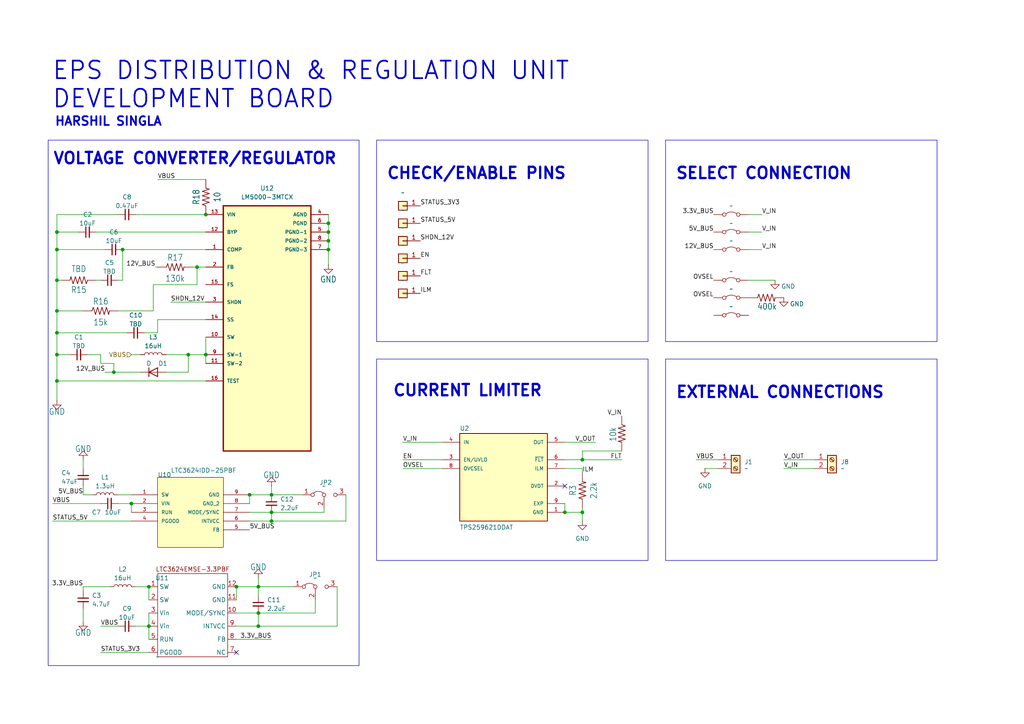
<source format=kicad_sch>
(kicad_sch (version 20250114) (generator "eeschema") (generator_version "9.0")
  (paper "A4")
  (lib_symbols
    (symbol "Connector:Screw_Terminal_01x02" (pin_names (offset 1.016) (hide yes))
      (property "Reference" "J" (at 0 2.54 0))
      (property "Value" "Screw_Terminal_01x02" (at 0 -5.08 0))
      (symbol "Screw_Terminal_01x02_1_1"
        (rectangle (start -1.27 1.27) (end 1.27 -3.81) (stroke (width 0.254)) (fill (type background)))
        (polyline (pts (xy -0.5334 0.3302) (xy 0.3302 -0.508)) (stroke (width 0.1524)))
        (polyline (pts (xy -0.5334 -2.2098) (xy 0.3302 -3.048)) (stroke (width 0.1524)))
        (polyline (pts (xy -0.3556 0.508) (xy 0.508 -0.3302)) (stroke (width 0.1524)))
        (polyline (pts (xy -0.3556 -2.032) (xy 0.508 -2.8702)) (stroke (width 0.1524)))
        (circle (center 0 0) (radius 0.635) (stroke (width 0.1524)))
        (circle (center 0 -2.54) (radius 0.635) (stroke (width 0.1524)))
        (pin passive line (at -5.08 0 0) (length 3.81) (name "Pin_1") (number "1"))
        (pin passive line (at -5.08 -2.54 0) (length 3.81) (name "Pin_2") (number "2"))
      )
    )
    (symbol "Connector_Generic:Conn_01x01" (pin_names (offset 1.016) (hide yes))
      (property "Reference" "J" (at 0 2.54 0))
      (property "Value" "Conn_01x01" (at 0 -2.54 0))
      (symbol "Conn_01x01_1_1"
        (rectangle (start -1.27 1.27) (end 1.27 -1.27) (stroke (width 0.254)) (fill (type background)))
        (rectangle (start -1.27 0.127) (end 0 -0.127) (stroke (width 0.1524)))
        (pin passive line (at -5.08 0 0) (length 3.81) (name "Pin_1") (number "1"))
      )
    )
    (symbol "Device:C_Small" (pin_numbers (hide yes)) (pin_names (offset 0.254) (hide yes))
      (property "Reference" "C" (at 0.254 1.778 0))
      (property "Value" "C_Small" (at 0.254 -2.032 0))
      (symbol "C_Small_0_1"
        (polyline (pts (xy -1.524 0.508) (xy 1.524 0.508)) (stroke (width 0.3048)))
        (polyline (pts (xy -1.524 -0.508) (xy 1.524 -0.508)) (stroke (width 0.3302)))
      )
      (symbol "C_Small_1_1"
        (pin passive line (at 0 2.54 270) (length 2.032) (name "~") (number "1"))
        (pin passive line (at 0 -2.54 90) (length 2.032) (name "~") (number "2"))
      )
    )
    (symbol "Device:D" (pin_numbers (hide yes)) (pin_names (offset 1.016) (hide yes))
      (property "Reference" "D" (at 0 2.54 0))
      (property "Value" "D" (at 0 -2.54 0))
      (symbol "D_0_1"
        (polyline (pts (xy -1.27 1.27) (xy -1.27 -1.27)) (stroke (width 0.254)))
        (polyline (pts (xy 1.27 1.27) (xy 1.27 -1.27) (xy -1.27 0) (xy 1.27 1.27)) (stroke (width 0.254)))
        (polyline (pts (xy 1.27 0) (xy -1.27 0)))
      )
      (symbol "D_1_1"
        (pin passive line (at -3.81 0 0) (length 2.54) (name "K") (number "1"))
        (pin passive line (at 3.81 0 180) (length 2.54) (name "A") (number "2"))
      )
    )
    (symbol "Device:L" (pin_numbers (hide yes)) (pin_names (offset 1.016) (hide yes))
      (property "Reference" "L" (at -1.27 0 90))
      (property "Value" "L" (at 1.905 0 90))
      (symbol "L_0_1"
        (arc (start 0 2.54) (mid 0.6323 1.905) (end 0 1.27))
        (arc (start 0 1.27) (mid 0.6323 0.635) (end 0 0))
        (arc (start 0 0) (mid 0.6323 -0.635) (end 0 -1.27))
        (arc (start 0 -1.27) (mid 0.6323 -1.905) (end 0 -2.54))
      )
      (symbol "L_1_1"
        (pin passive line (at 0 3.81 270) (length 1.27) (name "1") (number "1"))
        (pin passive line (at 0 -3.81 90) (length 1.27) (name "2") (number "2"))
      )
    )
    (symbol "EPS_Schematic_v2-eagle-import:R-USCHIP-0805(2012-METRIC)"
      (property "Reference" "R" (at 0 2.7686 0))
      (symbol "R-USCHIP-0805(2012-METRIC)_1_0"
        (polyline (pts (xy -2.54 0) (xy -2.159 1.016)) (stroke (width 0.2032)))
        (polyline (pts (xy -2.159 1.016) (xy -1.524 -1.016)) (stroke (width 0.2032)))
        (polyline (pts (xy -1.524 -1.016) (xy -0.889 1.016)) (stroke (width 0.2032)))
        (polyline (pts (xy -0.889 1.016) (xy -0.254 -1.016)) (stroke (width 0.2032)))
        (polyline (pts (xy -0.254 -1.016) (xy 0.381 1.016)) (stroke (width 0.2032)))
        (polyline (pts (xy 0.381 1.016) (xy 1.016 -1.016)) (stroke (width 0.2032)))
        (polyline (pts (xy 1.016 -1.016) (xy 1.651 1.016)) (stroke (width 0.2032)))
        (polyline (pts (xy 1.651 1.016) (xy 2.286 -1.016)) (stroke (width 0.2032)))
        (polyline (pts (xy 2.286 -1.016) (xy 2.54 0)) (stroke (width 0.2032)))
        (pin passive line (at -5.08 0 0) (length 2.54) (name "1") (number "1"))
        (pin passive line (at 5.08 0 180) (length 2.54) (name "2") (number "2"))
      )
    )
    (symbol "Jumper:Jumper_2_Bridged" (pin_numbers (hide yes)) (pin_names (offset 0) (hide yes)) (exclude_from_sim yes)
      (property "Reference" "JP" (at 0 1.905 0))
      (property "Value" "Jumper_2_Bridged" (at 0 -2.54 0))
      (symbol "Jumper_2_Bridged_0_0"
        (circle (center -2.032 0) (radius 0.508))
        (circle (center 2.032 0) (radius 0.508))
      )
      (symbol "Jumper_2_Bridged_0_1"
        (arc (start -1.524 0.254) (mid 0 0.762) (end 1.524 0.254))
      )
      (symbol "Jumper_2_Bridged_1_1"
        (pin passive line (at -5.08 0 0) (length 2.54) (name "A") (number "1"))
        (pin passive line (at 5.08 0 180) (length 2.54) (name "B") (number "2"))
      )
    )
    (symbol "Jumper:Jumper_3_Bridged12" (pin_names (offset 0) (hide yes)) (exclude_from_sim yes) (in_bom no)
      (property "Reference" "JP" (at -2.54 -2.54 0))
      (property "Value" "Jumper_3_Bridged12" (at 0 2.794 0))
      (symbol "Jumper_3_Bridged12_0_0"
        (circle (center -3.302 0) (radius 0.508))
        (circle (center 0 0) (radius 0.508))
        (circle (center 3.302 0) (radius 0.508))
      )
      (symbol "Jumper_3_Bridged12_0_1"
        (arc (start -3.048 0.508) (mid -1.651 0.9912) (end -0.254 0.508))
        (polyline (pts (xy 0 -1.27) (xy 0 -0.508)))
      )
      (symbol "Jumper_3_Bridged12_1_1"
        (pin passive line (at -6.35 0 0) (length 2.54) (name "A") (number "1"))
        (pin passive line (at 0 -3.81 90) (length 2.54) (name "C") (number "2"))
        (pin passive line (at 6.35 0 180) (length 2.54) (name "B") (number "3"))
      )
    )
    (symbol "LM5000-3MTCX:LM5000-3MTCX" (pin_names (offset 1.016))
      (property "Reference" "U" (at -12.7 36.56 0))
      (property "Value" "LM5000-3MTCX" (at -12.7 -39.56 0))
      (symbol "LM5000-3MTCX_0_0"
        (rectangle (start -12.7 -35.56) (end 12.7 35.56) (stroke (width 0.41)) (fill (type background)))
        (pin input line (at -17.78 33.02 0) (length 5.08) (name "VIN") (number "13"))
        (pin bidirectional line (at -17.78 27.94 0) (length 5.08) (name "BYP") (number "12"))
        (pin bidirectional line (at -17.78 22.86 0) (length 5.08) (name "COMP") (number "1"))
        (pin bidirectional line (at -17.78 17.78 0) (length 5.08) (name "FB") (number "2"))
        (pin bidirectional line (at -17.78 12.7 0) (length 5.08) (name "FS") (number "15"))
        (pin bidirectional line (at -17.78 7.62 0) (length 5.08) (name "SHDN") (number "3"))
        (pin bidirectional line (at -17.78 2.54 0) (length 5.08) (name "SS") (number "14"))
        (pin bidirectional line (at -17.78 -2.54 0) (length 5.08) (name "SW") (number "10"))
        (pin bidirectional line (at -17.78 -7.62 0) (length 5.08) (name "SW-1") (number "9"))
        (pin bidirectional line (at -17.78 -10.16 0) (length 5.08) (name "SW-2") (number "11"))
        (pin bidirectional line (at -17.78 -15.24 0) (length 5.08) (name "TEST") (number "16"))
        (pin power_in line (at 17.78 33.02 180) (length 5.08) (name "AGND") (number "4"))
        (pin power_in line (at 17.78 30.48 180) (length 5.08) (name "PGND") (number "6"))
        (pin power_in line (at 17.78 27.94 180) (length 5.08) (name "PGND-1") (number "5"))
        (pin power_in line (at 17.78 25.4 180) (length 5.08) (name "PGND-2") (number "8"))
        (pin power_in line (at 17.78 22.86 180) (length 5.08) (name "PGND-3") (number "7"))
      )
    )
    (symbol "LTC3624IDD-25PBF:LTC3624IDD-25PBF" (pin_names (offset 1.016))
      (property "Reference" "U" (at 13.97 21.59 0))
      (property "Value" "LTC3624IDD-25PBF" (at 17.78 22.86 0))
      (symbol "LTC3624IDD-25PBF_0_0"
        (rectangle (start 13.97 21.59) (end 33.02 1.27) (stroke (width 0.1524)) (fill (type background)))
        (pin passive line (at 6.35 16.51 0) (length 7.62) (name "SW") (number "1"))
        (pin input line (at 6.35 13.97 0) (length 7.62) (name "VIN") (number "2"))
        (pin input line (at 6.35 11.43 0) (length 7.62) (name "RUN") (number "3"))
        (pin passive line (at 6.35 8.89 0) (length 7.62) (name "PGOOD") (number "4"))
        (pin power_in line (at 40.64 16.51 180) (length 7.62) (name "GND") (number "9"))
        (pin power_in line (at 40.64 13.97 180) (length 7.62) (name "GND_2") (number "8"))
        (pin passive line (at 40.64 11.43 180) (length 7.62) (name "MODE/SYNC") (number "7"))
        (pin passive line (at 40.64 8.89 180) (length 7.62) (name "INTVCC") (number "6"))
        (pin input line (at 40.64 6.35 180) (length 7.62) (name "FB") (number "5"))
      )
    )
    (symbol "LTC3624_3.3:LTC3624EMSE_3.3PBF"
      (property "Reference" "U" (at 1.27 22.86 0))
      (symbol "LTC3624EMSE_3.3PBF_0_1"
        (polyline (pts (xy 0 20.32) (xy 0 0)))
        (polyline (pts (xy 0 20.32) (xy 0 24.13) (xy 20.32 24.13) (xy 20.32 0) (xy 0 0)))
      )
      (symbol "LTC3624EMSE_3.3PBF_1_1"
        (text "LTC3624EMSE-3.3PBF\n" (at 10.16 25.4 0) (effects (font (size 1.27 1.27))))
        (pin input line (at -2.54 20.32 0) (length 2.54) (name "SW") (number "1"))
        (pin input line (at -2.54 16.51 0) (length 2.54) (name "SW") (number "2"))
        (pin input line (at -2.54 12.7 0) (length 2.54) (name "Vin") (number "3"))
        (pin input line (at -2.54 8.89 0) (length 2.54) (name "Vin") (number "4"))
        (pin input line (at -2.54 5.08 0) (length 2.54) (name "RUN") (number "5"))
        (pin input line (at -2.54 1.27 0) (length 2.54) (name "PGOOD") (number "6"))
        (pin input line (at 22.86 20.32 180) (length 2.54) (name "GND") (number "12"))
        (pin input line (at 22.86 16.51 180) (length 2.54) (name "GND") (number "11"))
        (pin input line (at 22.86 12.7 180) (length 2.54) (name "MODE/SYNC") (number "10"))
        (pin input line (at 22.86 8.89 180) (length 2.54) (name "INTVCC") (number "9"))
        (pin input line (at 22.86 5.08 180) (length 2.54) (name "FB") (number "8"))
        (pin input line (at 22.86 1.27 180) (length 2.54) (name "NC") (number "7"))
      )
    )
    (symbol "TPS259621DDAT:TPS259621DDAT" (pin_names (offset 1.016))
      (property "Reference" "U" (at -12.7 13.462 0))
      (property "Value" "TPS259621DDAT" (at -12.7 -15.24 0))
      (symbol "TPS259621DDAT_0_0"
        (rectangle (start -12.7 12.7) (end 12.7 -12.7) (stroke (width 0.254)) (fill (type background)))
        (pin input line (at -17.78 10.16 0) (length 5.08) (name "IN") (number "4"))
        (pin input line (at -17.78 5.08 0) (length 5.08) (name "EN/UVLO") (number "3"))
        (pin input line (at -17.78 2.54 0) (length 5.08) (name "OVCSEL") (number "8"))
        (pin output line (at 17.78 10.16 180) (length 5.08) (name "OUT") (number "5"))
        (pin output line (at 17.78 5.08 180) (length 5.08) (name "~{FLT}") (number "6"))
        (pin output line (at 17.78 2.54 180) (length 5.08) (name "ILM") (number "7"))
        (pin output line (at 17.78 -2.54 180) (length 5.08) (name "DVDT") (number "2"))
        (pin power_in line (at 17.78 -7.62 180) (length 5.08) (name "EXP") (number "9"))
        (pin power_in line (at 17.78 -10.16 180) (length 5.08) (name "GND") (number "1"))
      )
    )
    (symbol "power:GND" (power) (pin_numbers (hide yes)) (pin_names (offset 0) (hide yes))
      (property "Value" "GND" (at 0 -3.81 0))
      (symbol "GND_0_1"
        (polyline (pts (xy 0 0) (xy 0 -1.27) (xy 1.27 -1.27) (xy 0 -2.54) (xy -1.27 -1.27) (xy 0 -1.27)))
      )
      (symbol "GND_1_1"
        (pin power_in line (at 0 0 270) (length 0) (name "~") (number "1"))
      )
    )
  )
  (rectangle (start 109.22 40.64) (end 187.96 99.06))
  (rectangle (start 13.97 40.64) (end 104.14 193.04))
  (rectangle (start 109.22 104.14) (end 187.96 162.56))
  (rectangle (start 193.04 40.64) (end 271.78 99.06))
  (rectangle (start 193.04 104.14) (end 271.78 162.56))
  (text "CHECK/ENABLE PINS" (at 112.014 52.324 0) (effects (font (size 3.27 3.27) (thickness 0.654) (bold yes)) (justify left bottom)))
  (text "VOLTAGE CONVERTER/REGULATOR" (at 15.24 48.006 0) (effects (font (size 3.27 3.27) (thickness 0.654) (bold yes)) (justify left bottom)))
  (text "EPS DISTRIBUTION & REGULATION UNIT\nDEVELOPMENT BOARD" (at 14.986 31.75 0) (effects (font (size 5.08 5.08) (thickness 0.508) (bold yes)) (justify left bottom)))
  (text "SELECT CONNECTION" (at 195.834 52.324 0) (effects (font (size 3.27 3.27) (thickness 0.654) (bold yes)) (justify left bottom)))
  (text "CURRENT LIMITER" (at 113.792 115.316 0) (effects (font (size 3.27 3.27) (thickness 0.654) (bold yes)) (justify left bottom)))
  (text "HARSHIL SINGLA" (at 15.748 36.83 0) (effects (font (size 2.54 2.54) (bold yes)) (justify left bottom)))
  (text "EXTERNAL CONNECTIONS" (at 195.834 115.824 0) (effects (font (size 3.27 3.27) (thickness 0.654) (bold yes)) (justify left bottom)))
  (junction (at 16.51 72.39))
  (junction (at 16.51 96.52))
  (junction (at 16.51 67.31))
  (junction (at 54.61 102.87))
  (junction (at 74.93 170.18))
  (junction (at 95.25 69.85))
  (junction (at 35.56 72.39))
  (junction (at 78.74 143.51))
  (junction (at 78.74 151.13))
  (junction (at 168.91 133.35))
  (junction (at 163.83 148.59))
  (junction (at 168.91 148.59))
  (junction (at 74.93 177.8))
  (junction (at 95.25 72.39))
  (junction (at 38.1 146.05))
  (junction (at 16.51 81.28))
  (junction (at 16.51 110.49))
  (junction (at 59.69 102.87))
  (junction (at 16.51 90.17))
  (junction (at 68.58 170.18))
  (junction (at 95.25 67.31))
  (junction (at 16.51 102.87))
  (junction (at 78.74 148.59))
  (junction (at 33.02 107.95))
  (junction (at 59.69 62.23))
  (junction (at 72.39 143.51))
  (junction (at 95.25 64.77))
  (junction (at 74.93 181.61))
  (junction (at 43.18 170.18))
  (junction (at 57.15 77.47))
  (junction (at 43.18 181.61))
  (no_connect (at 68.58 189.23))
  (no_connect (at 163.83 140.97))
  (wire (pts (xy 16.51 67.31) (xy 22.86 67.31)))
  (wire (pts (xy 27.94 81.28) (xy 29.21 81.28)))
  (wire (pts (xy 39.37 62.23) (xy 59.69 62.23)))
  (wire (pts (xy 16.51 90.17) (xy 16.51 96.52)))
  (wire (pts (xy 16.51 81.28) (xy 17.78 81.28)))
  (wire (pts (xy 68.58 170.18) (xy 74.93 170.18)))
  (wire (pts (xy 78.74 140.97) (xy 78.74 143.51)))
  (wire (pts (xy 43.18 177.8) (xy 43.18 181.61)))
  (wire (pts (xy 54.61 102.87) (xy 59.69 102.87)))
  (wire (pts (xy 34.29 81.28) (xy 35.56 81.28)))
  (wire (pts (xy 16.51 67.31) (xy 16.51 72.39)))
  (wire (pts (xy 163.83 128.27) (xy 172.72 128.27)))
  (wire (pts (xy 95.25 64.77) (xy 95.25 67.31)))
  (wire (pts (xy 41.91 96.52) (xy 45.72 96.52)))
  (wire (pts (xy 163.83 148.59) (xy 168.91 148.59)) (stroke (width 0.1524)))
  (wire (pts (xy 38.1 146.05) (xy 38.1 148.59)))
  (wire (pts (xy 39.37 181.61) (xy 43.18 181.61)))
  (wire (pts (xy 78.74 148.59) (xy 93.98 148.59)))
  (wire (pts (xy 59.69 97.79) (xy 59.69 102.87)))
  (wire (pts (xy 168.91 148.59) (xy 168.91 151.13)) (stroke (width 0.1524)))
  (wire (pts (xy 78.74 185.42) (xy 68.58 185.42)))
  (wire (pts (xy 78.74 143.51) (xy 87.63 143.51)))
  (wire (pts (xy 24.13 140.97) (xy 24.13 143.51)))
  (wire (pts (xy 33.02 107.95) (xy 40.64 107.95)))
  (wire (pts (xy 168.91 133.35) (xy 180.34 133.35)))
  (wire (pts (xy 39.37 170.18) (xy 43.18 170.18)))
  (wire (pts (xy 97.79 181.61) (xy 74.93 181.61)))
  (wire (pts (xy 29.21 181.61) (xy 34.29 181.61)))
  (wire (pts (xy 116.84 128.27) (xy 128.27 128.27)))
  (wire (pts (xy 227.33 135.89) (xy 236.22 135.89)))
  (wire (pts (xy 44.45 90.17) (xy 44.45 82.55)))
  (wire (pts (xy 38.1 102.87) (xy 40.64 102.87)))
  (wire (pts (xy 78.74 148.59) (xy 78.74 151.13)))
  (wire (pts (xy 201.93 133.35) (xy 208.28 133.35)))
  (wire (pts (xy 35.56 72.39) (xy 59.69 72.39)))
  (wire (pts (xy 24.13 143.51) (xy 26.67 143.51)))
  (wire (pts (xy 95.25 67.31) (xy 95.25 69.85)))
  (wire (pts (xy 29.21 105.41) (xy 33.02 105.41)))
  (wire (pts (xy 72.39 143.51) (xy 72.39 146.05)))
  (wire (pts (xy 16.51 110.49) (xy 16.51 116.205)))
  (wire (pts (xy 16.51 96.52) (xy 16.51 102.87)))
  (wire (pts (xy 57.15 82.55) (xy 57.15 77.47)))
  (wire (pts (xy 74.93 177.8) (xy 91.44 177.8)))
  (wire (pts (xy 34.29 146.05) (xy 38.1 146.05)))
  (wire (pts (xy 74.93 170.18) (xy 85.09 170.18)))
  (wire (pts (xy 45.085 77.47) (xy 45.72 77.47)))
  (wire (pts (xy 168.91 130.81) (xy 168.91 133.35)))
  (wire (pts (xy 45.72 92.71) (xy 59.69 92.71)))
  (wire (pts (xy 74.93 170.18) (xy 74.93 172.72)))
  (wire (pts (xy 48.26 102.87) (xy 54.61 102.87)))
  (wire (pts (xy 74.93 167.64) (xy 74.93 170.18)))
  (wire (pts (xy 217.17 72.39) (xy 220.98 72.39)))
  (wire (pts (xy 54.61 107.95) (xy 54.61 102.87)))
  (wire (pts (xy 15.24 146.05) (xy 29.21 146.05)))
  (wire (pts (xy 72.39 148.59) (xy 78.74 148.59)))
  (wire (pts (xy 100.33 143.51) (xy 100.33 151.13)))
  (wire (pts (xy 95.25 76.835) (xy 95.25 72.39)))
  (wire (pts (xy 224.79 81.28) (xy 217.17 81.28)))
  (wire (pts (xy 68.58 177.8) (xy 74.93 177.8)))
  (wire (pts (xy 68.58 181.61) (xy 74.93 181.61)))
  (wire (pts (xy 168.91 133.35) (xy 163.83 133.35)))
  (wire (pts (xy 16.51 62.23) (xy 16.51 67.31)))
  (wire (pts (xy 45.72 96.52) (xy 45.72 92.71)))
  (wire (pts (xy 59.69 102.87) (xy 59.69 105.41)))
  (wire (pts (xy 24.13 180.34) (xy 24.13 176.53)))
  (wire (pts (xy 72.39 151.13) (xy 78.74 151.13)))
  (wire (pts (xy 97.79 170.18) (xy 97.79 181.61)))
  (wire (pts (xy 29.21 189.23) (xy 43.18 189.23)))
  (wire (pts (xy 95.25 69.85) (xy 95.25 72.39)))
  (wire (pts (xy 16.51 72.39) (xy 16.51 81.28)))
  (wire (pts (xy 100.33 151.13) (xy 78.74 151.13)))
  (wire (pts (xy 204.47 135.89) (xy 208.28 135.89)))
  (wire (pts (xy 30.48 107.95) (xy 33.02 107.95)))
  (wire (pts (xy 15.24 151.13) (xy 38.1 151.13)))
  (wire (pts (xy 68.58 170.18) (xy 68.58 173.99)))
  (wire (pts (xy 93.98 147.32) (xy 93.98 148.59)))
  (wire (pts (xy 35.56 81.28) (xy 35.56 72.39)))
  (wire (pts (xy 180.34 130.81) (xy 168.91 130.81)))
  (wire (pts (xy 16.51 102.87) (xy 16.51 110.49)))
  (wire (pts (xy 57.15 77.47) (xy 59.69 77.47)))
  (wire (pts (xy 45.72 52.07) (xy 59.69 52.07)))
  (wire (pts (xy 217.17 62.23) (xy 220.98 62.23)))
  (wire (pts (xy 24.13 170.18) (xy 24.13 171.45)))
  (wire (pts (xy 34.29 90.17) (xy 44.45 90.17)))
  (wire (pts (xy 16.51 96.52) (xy 36.83 96.52)))
  (wire (pts (xy 16.51 72.39) (xy 30.48 72.39)))
  (wire (pts (xy 29.21 102.87) (xy 29.21 105.41)))
  (wire (pts (xy 25.4 102.87) (xy 29.21 102.87)))
  (wire (pts (xy 168.91 147.32) (xy 168.91 148.59)))
  (wire (pts (xy 34.29 143.51) (xy 38.1 143.51)))
  (wire (pts (xy 55.88 77.47) (xy 57.15 77.47)))
  (wire (pts (xy 43.18 170.18) (xy 43.18 173.99)))
  (wire (pts (xy 95.25 62.23) (xy 95.25 64.77)))
  (wire (pts (xy 74.93 181.61) (xy 74.93 177.8)))
  (wire (pts (xy 48.26 107.95) (xy 54.61 107.95)))
  (wire (pts (xy 49.53 87.63) (xy 59.69 87.63)))
  (wire (pts (xy 16.51 102.87) (xy 20.32 102.87)))
  (wire (pts (xy 33.02 105.41) (xy 33.02 107.95)))
  (wire (pts (xy 217.17 67.31) (xy 220.98 67.31)))
  (wire (pts (xy 163.83 146.05) (xy 163.83 148.59)))
  (wire (pts (xy 27.94 67.31) (xy 59.69 67.31)))
  (wire (pts (xy 16.51 62.23) (xy 34.29 62.23)))
  (wire (pts (xy 78.74 143.51) (xy 72.39 143.51)))
  (wire (pts (xy 16.51 90.17) (xy 24.13 90.17)))
  (wire (pts (xy 227.33 133.35) (xy 236.22 133.35)))
  (wire (pts (xy 43.18 181.61) (xy 43.18 185.42)))
  (wire (pts (xy 44.45 82.55) (xy 57.15 82.55)))
  (wire (pts (xy 24.13 133.35) (xy 24.13 135.89)))
  (wire (pts (xy 24.13 170.18) (xy 31.75 170.18)))
  (wire (pts (xy 116.84 135.89) (xy 128.27 135.89)))
  (wire (pts (xy 91.44 173.99) (xy 91.44 177.8)))
  (wire (pts (xy 168.91 135.89) (xy 168.91 137.16)) (stroke (width 0.1524)))
  (wire (pts (xy 16.51 110.49) (xy 59.69 110.49)))
  (wire (pts (xy 163.83 135.89) (xy 168.91 135.89)) (stroke (width 0.1524)))
  (wire (pts (xy 16.51 81.28) (xy 16.51 90.17)))
  (wire (pts (xy 116.84 133.35) (xy 128.27 133.35)))
  (label "VBUS" (at 45.72 52.07 0))
  (label "OVSEL" (at 207.01 81.28 180))
  (label "SHDN_12V" (at 121.92 69.85 0))
  (label "V_IN" (at 220.98 72.39 0))
  (label "V_OUT" (at 227.33 133.35 0))
  (label "V_OUT" (at 172.72 128.27 180))
  (label "OVSEL" (at 207.01 86.36 180))
  (label "3.3V_BUS" (at 78.74 185.42 180))
  (label "5V_BUS" (at 24.13 143.51 180))
  (label "ILM" (at 121.92 85.09 0))
  (label "EN" (at 116.84 133.35 0))
  (label "VBUS" (at 201.93 133.35 0))
  (label "3.3V_BUS" (at 24.13 170.18 180))
  (label "3.3V_BUS" (at 207.01 62.23 180))
  (label "FLT" (at 121.92 80.01 0))
  (label "12V_BUS" (at 207.01 72.39 180))
  (label "12V_BUS" (at 45.085 77.47 180))
  (label "V_IN" (at 116.84 128.27 0))
  (label "STATUS_5V" (at 15.24 151.13 0))
  (label "V_IN" (at 180.34 120.65 180))
  (label "5V_BUS" (at 207.01 67.31 180))
  (label "SHDN_12V" (at 49.53 87.63 0))
  (label "V_IN" (at 220.98 67.31 0))
  (label "FLT" (at 180.34 133.35 180))
  (label "STATUS_3V3" (at 29.21 189.23 0))
  (label "5V_BUS" (at 72.39 153.67 0))
  (label "STATUS_5V" (at 121.92 64.77 0))
  (label "OVSEL" (at 116.84 135.89 0))
  (label "VBUS" (at 29.21 181.61 0))
  (label "ILM" (at 168.91 137.16 0))
  (label "VBUS" (at 15.24 146.05 0))
  (label "12V_BUS" (at 30.48 107.95 180))
  (label "STATUS_3V3" (at 121.92 59.69 0))
  (label "V_IN" (at 220.98 62.23 0))
  (label "EN" (at 121.92 74.93 0))
  (label "V_IN" (at 227.33 135.89 0))
  (hierarchical_label "VBUS" (shape input) (at 38.1 102.87 180))
  (symbol (lib_id "Device:C_Small") (at 31.75 146.05 90) (unit 1)
    (property "Reference" "C7" (at 27.94 148.59 90))
    (property "Value" "10uF" (at 32.766 148.59 90))
    (property "Footprint" "Capacitor_SMD:C_0805_2012Metric_Pad1.18x1.45mm_HandSolder" (effects (hide yes)))
  )
  (symbol (lib_id "Connector:Screw_Terminal_01x02") (at 213.36 133.35 0) (unit 1)
    (property "Reference" "J1" (at 215.9 133.9849 0) (effects (justify left)))
    (property "Value" "~" (at 215.9 135.89 0) (effects (justify left)))
    (property "Description" "Generic screw terminal, single row, 01x02, script generated (kicad-library-utils/schlib/autogen/connector/)" (effects (hide yes)))
  )
  (symbol (lib_id "Connector_Generic:Conn_01x01") (at 116.84 69.85 180) (unit 1)
    (property "Reference" "J4" (effects (hide yes)))
    (property "Value" "~" (at 116.84 66.04 0))
    (property "Description" "Generic connector, single row, 01x01, script generated (kicad-library-utils/schlib/autogen/connector/)" (effects (hide yes)))
  )
  (symbol (lib_id "Device:C_Small") (at 36.83 62.23 90) (unit 1)
    (property "Reference" "C8" (at 36.83 57.15 90))
    (property "Value" "0.47uF" (at 36.83 59.69 90))
    (property "Footprint" "Capacitor_SMD:C_0805_2012Metric_Pad1.18x1.45mm_HandSolder" (effects (hide yes)))
  )
  (symbol (lib_id "power:GND") (at 24.13 180.34 0) (unit 1)
    (property "Reference" "#SUPPLY018" (effects (hide yes)))
    (property "Value" "GND" (at 24.13 183.515 0) (effects (font (size 1.778 1.5113))))
    (property "Description" "Power symbol creates a global label with name \"GND\" , ground" (effects (hide yes)))
  )
  (symbol (lib_id "Device:D") (at 44.45 107.95 0) (unit 1)
    (property "Reference" "D1" (at 47.244 105.41 0))
    (property "Value" "D" (at 43.18 105.41 0))
    (property "Description" "Diode" (effects (hide yes)))
    (property "Sim.Device" "D" (effects (hide yes)))
    (property "Sim.Pins" "1=K 2=A" (effects (hide yes)))
  )
  (symbol (lib_id "Device:L") (at 44.45 102.87 90) (unit 1)
    (property "Reference" "L3" (at 44.45 97.79 90))
    (property "Value" "16uH" (at 44.45 100.33 90))
    (property "Footprint" "Inductor_SMD:L_0805_2012Metric_Pad1.15x1.40mm_HandSolder" (effects (hide yes)))
  )
  (symbol (lib_id "EPS_Schematic_v2-eagle-import:R-USCHIP-0805(2012-METRIC)") (at 50.8 77.47 0) (unit 1)
    (property "Reference" "R17" (at 50.8 74.7014 0) (effects (font (size 1.778 1.5113))))
    (property "Value" "130k" (at 50.8 80.772 0) (effects (font (size 1.778 1.5113))))
    (property "Footprint" "Resistor_SMD:R_0603_1608Metric_Pad0.98x0.95mm_HandSolder" (effects (hide yes)))
  )
  (symbol (lib_id "Jumper:Jumper_2_Bridged") (at 212.09 81.28 0) (unit 1) (exclude_from_sim yes)
    (property "Reference" "JP6" (effects (hide yes)))
    (property "Value" "~" (at 212.09 78.74 0))
    (property "Description" "Jumper, 2-pole, closed/bridged" (effects (hide yes)))
  )
  (symbol (lib_id "LTC3624IDD-25PBF:LTC3624IDD-25PBF") (at 31.75 160.02 0) (unit 1)
    (property "Reference" "U10" (at 45.72 138.43 0) (effects (justify left bottom)))
    (property "Value" "LTC3624IDD-25PBF" (at 49.53 137.16 0) (effects (justify left bottom)))
  )
  (symbol (lib_id "LTC3624_3.3:LTC3624EMSE_3.3PBF") (at 45.72 190.5 0) (unit 1)
    (property "Reference" "U11" (at 46.99 167.64 0))
    (property "Value" "~" (at 45.72 190.5 0))
    (property "Footprint" "EPS_Schematic_v2:SOP65P490X110-13N" (effects (hide yes)))
  )
  (symbol (lib_id "Jumper:Jumper_2_Bridged") (at 212.09 91.44 0) (unit 1) (exclude_from_sim yes)
    (property "Reference" "JP8" (effects (hide yes)))
    (property "Value" "~" (at 212.09 88.9 0))
    (property "Description" "Jumper, 2-pole, closed/bridged" (effects (hide yes)))
  )
  (symbol (lib_id "Device:C_Small") (at 24.13 138.43 180) (unit 1)
    (property "Reference" "C4" (at 17.78 137.16 0) (effects (justify right)))
    (property "Value" "47uF" (at 17.78 139.7 0) (effects (justify right)))
    (property "Footprint" "Capacitor_SMD:C_0805_2012Metric_Pad1.18x1.45mm_HandSolder" (effects (hide yes)))
  )
  (symbol (lib_id "Connector:Screw_Terminal_01x02") (at 241.3 133.35 0) (unit 1)
    (property "Reference" "J8" (at 243.84 133.9849 0) (effects (justify left)))
    (property "Value" "~" (at 243.84 135.89 0) (effects (justify left)))
    (property "Description" "Generic screw terminal, single row, 01x02, script generated (kicad-library-utils/schlib/autogen/connector/)" (effects (hide yes)))
  )
  (symbol (lib_id "EPS_Schematic_v2-eagle-import:R-USCHIP-0805(2012-METRIC)") (at 180.34 125.73 270) (unit 1)
    (property "Reference" "R1" (effects (hide yes)))
    (property "Value" "10k" (at 177.8 125.984 0) (effects (font (size 1.778 1.5113))))
    (property "Footprint" "Resistor_SMD:R_0603_1608Metric_Pad0.98x0.95mm_HandSolder" (effects (hide yes)))
  )
  (symbol (lib_id "EPS_Schematic_v2-eagle-import:R-USCHIP-0805(2012-METRIC)") (at 22.86 81.28 180) (unit 1)
    (property "Reference" "R15" (at 22.86 84.0486 0) (effects (font (size 1.778 1.5113))))
    (property "Value" "TBD" (at 22.86 77.978 0) (effects (font (size 1.778 1.5113))))
    (property "Footprint" "Resistor_SMD:R_0603_1608Metric_Pad0.98x0.95mm_HandSolder" (effects (hide yes)))
  )
  (symbol (lib_id "Device:C_Small") (at 25.4 67.31 90) (unit 1)
    (property "Reference" "C2" (at 25.4 62.23 90))
    (property "Value" "10uF" (at 25.4 64.77 90))
    (property "Footprint" "Capacitor_SMD:C_0805_2012Metric_Pad1.18x1.45mm_HandSolder" (effects (hide yes)))
  )
  (symbol (lib_id "EPS_Schematic_v2-eagle-import:R-USCHIP-0805(2012-METRIC)") (at 59.69 57.15 90) (unit 1)
    (property "Reference" "R18" (at 56.9214 57.15 0) (effects (font (size 1.778 1.5113))))
    (property "Value" "10" (at 62.992 57.15 0) (effects (font (size 1.778 1.5113))))
    (property "Footprint" "Resistor_SMD:R_0603_1608Metric_Pad0.98x0.95mm_HandSolder" (effects (hide yes)))
  )
  (symbol (lib_id "Jumper:Jumper_3_Bridged12") (at 91.44 170.18 0) (unit 1) (exclude_from_sim yes) (in_bom no)
    (property "Reference" "JP1" (at 91.44 166.624 0))
    (property "Value" "~" (at 91.44 167.64 0))
    (property "Description" "Jumper, 3-pole, pins 1+2 closed/bridged" (effects (hide yes)))
  )
  (symbol (lib_id "Connector_Generic:Conn_01x01") (at 116.84 59.69 180) (unit 1)
    (property "Reference" "J3" (effects (hide yes)))
    (property "Value" "~" (at 116.84 55.88 0))
    (property "Description" "Generic connector, single row, 01x01, script generated (kicad-library-utils/schlib/autogen/connector/)" (effects (hide yes)))
  )
  (symbol (lib_id "Connector_Generic:Conn_01x01") (at 116.84 64.77 180) (unit 1)
    (property "Reference" "J2" (effects (hide yes)))
    (property "Value" "~" (at 116.84 60.96 0))
    (property "Description" "Generic connector, single row, 01x01, script generated (kicad-library-utils/schlib/autogen/connector/)" (effects (hide yes)))
  )
  (symbol (lib_id "Device:C_Small") (at 39.37 96.52 90) (unit 1)
    (property "Reference" "C10" (at 39.37 91.44 90))
    (property "Value" "TBD" (at 39.37 93.98 90))
    (property "Footprint" "Capacitor_SMD:C_0805_2012Metric_Pad1.18x1.45mm_HandSolder" (effects (hide yes)))
  )
  (symbol (lib_id "power:GND") (at 16.51 116.205 0) (unit 1)
    (property "Reference" "#SUPPLY017" (effects (hide yes)))
    (property "Value" "GND" (at 16.51 119.38 0) (effects (font (size 1.778 1.5113))))
    (property "Description" "Power symbol creates a global label with name \"GND\" , ground" (effects (hide yes)))
  )
  (symbol (lib_id "Jumper:Jumper_2_Bridged") (at 212.09 67.31 0) (unit 1) (exclude_from_sim yes)
    (property "Reference" "JP4" (effects (hide yes)))
    (property "Value" "~" (at 212.09 64.77 0))
    (property "Description" "Jumper, 2-pole, closed/bridged" (effects (hide yes)))
  )
  (symbol (lib_id "Device:C_Small") (at 36.83 181.61 90) (unit 1)
    (property "Reference" "C9" (at 36.83 176.53 90))
    (property "Value" "10uF" (at 36.83 179.07 90))
    (property "Footprint" "Capacitor_SMD:C_0805_2012Metric_Pad1.18x1.45mm_HandSolder" (effects (hide yes)))
  )
  (symbol (lib_id "Jumper:Jumper_2_Bridged") (at 212.09 86.36 0) (unit 1) (exclude_from_sim yes)
    (property "Reference" "JP7" (effects (hide yes)))
    (property "Value" "~" (at 212.09 83.82 0))
    (property "Description" "Jumper, 2-pole, closed/bridged" (effects (hide yes)))
  )
  (symbol (lib_id "power:GND") (at 168.91 151.13 0) (unit 1)
    (property "Reference" "#PWR02" (effects (hide yes)))
    (property "Value" "GND" (at 168.91 156.21 0))
    (property "Description" "Power symbol creates a global label with name \"GND\" , ground" (effects (hide yes)))
  )
  (symbol (lib_id "EPS_Schematic_v2-eagle-import:R-USCHIP-0805(2012-METRIC)") (at 29.21 90.17 0) (unit 1)
    (property "Reference" "R16" (at 29.21 87.4014 0) (effects (font (size 1.778 1.5113))))
    (property "Value" "15k" (at 29.21 93.472 0) (effects (font (size 1.778 1.5113))))
    (property "Footprint" "Resistor_SMD:R_0603_1608Metric_Pad0.98x0.95mm_HandSolder" (effects (hide yes)))
  )
  (symbol (lib_id "Device:C_Small") (at 74.93 175.26 0) (unit 1)
    (property "Reference" "C11" (at 77.47 173.9962 0) (effects (justify left)))
    (property "Value" "2.2uF" (at 77.47 176.5362 0) (effects (justify left)))
    (property "Footprint" "Capacitor_SMD:C_0805_2012Metric_Pad1.18x1.45mm_HandSolder" (effects (hide yes)))
  )
  (symbol (lib_id "Connector_Generic:Conn_01x01") (at 116.84 80.01 180) (unit 1)
    (property "Reference" "J6" (effects (hide yes)))
    (property "Value" "~" (at 116.84 76.2 0))
    (property "Description" "Generic connector, single row, 01x01, script generated (kicad-library-utils/schlib/autogen/connector/)" (effects (hide yes)))
  )
  (symbol (lib_id "Connector_Generic:Conn_01x01") (at 116.84 74.93 180) (unit 1)
    (property "Reference" "J5" (effects (hide yes)))
    (property "Value" "~" (at 116.84 71.12 0))
    (property "Description" "Generic connector, single row, 01x01, script generated (kicad-library-utils/schlib/autogen/connector/)" (effects (hide yes)))
  )
  (symbol (lib_id "Device:C_Small") (at 78.74 146.05 0) (unit 1)
    (property "Reference" "C12" (at 81.28 144.7863 0) (effects (justify left)))
    (property "Value" "2.2uF" (at 81.28 147.3263 0) (effects (justify left)))
    (property "Footprint" "Capacitor_SMD:C_0805_2012Metric_Pad1.18x1.45mm_HandSolder" (effects (hide yes)))
  )
  (symbol (lib_id "Jumper:Jumper_3_Bridged12") (at 93.98 143.51 0) (unit 1) (exclude_from_sim yes) (in_bom no)
    (property "Reference" "JP2" (at 94.488 139.954 0))
    (property "Value" "~" (at 93.98 140.97 0))
    (property "Description" "Jumper, 3-pole, pins 1+2 closed/bridged" (effects (hide yes)))
  )
  (symbol (lib_id "Device:L") (at 30.48 143.51 90) (unit 1)
    (property "Reference" "L1" (at 30.48 138.43 90))
    (property "Value" "1.3uH" (at 30.48 140.97 90))
    (property "Footprint" "Inductor_SMD:L_0805_2012Metric_Pad1.15x1.40mm_HandSolder" (effects (hide yes)))
  )
  (symbol (lib_id "TPS259621DDAT:TPS259621DDAT") (at 146.05 138.43 0) (unit 1)
    (property "Reference" "U2" (at 133.35 124.968 0) (effects (justify left bottom)))
    (property "Value" "TPS259621DDAT" (at 133.35 153.67 0) (effects (justify left bottom)))
    (property "Footprint" "EPS_Schematic_v2:IC_TPS259621DDAT" (effects (hide yes)))
  )
  (symbol (lib_id "Device:C_Small") (at 24.13 173.99 0) (unit 1)
    (property "Reference" "C3" (at 26.67 172.7263 0) (effects (justify left)))
    (property "Value" "4.7uF" (at 26.67 175.2663 0) (effects (justify left)))
    (property "Footprint" "Capacitor_SMD:C_0805_2012Metric_Pad1.18x1.45mm_HandSolder" (effects (hide yes)))
  )
  (symbol (lib_id "power:GND") (at 24.13 133.35 180) (unit 1)
    (property "Reference" "#SUPPLY019" (effects (hide yes)))
    (property "Value" "GND" (at 24.13 130.175 0) (effects (font (size 1.778 1.5113))))
    (property "Description" "Power symbol creates a global label with name \"GND\" , ground" (effects (hide yes)))
  )
  (symbol (lib_id "Jumper:Jumper_2_Bridged") (at 212.09 72.39 0) (unit 1) (exclude_from_sim yes)
    (property "Reference" "JP5" (effects (hide yes)))
    (property "Value" "~" (at 212.09 69.85 0))
    (property "Description" "Jumper, 2-pole, closed/bridged" (effects (hide yes)))
  )
  (symbol (lib_id "Device:L") (at 35.56 170.18 90) (unit 1)
    (property "Reference" "L2" (at 35.56 165.1 90))
    (property "Value" "16uH" (at 35.56 167.64 90))
    (property "Footprint" "Inductor_SMD:L_0805_2012Metric_Pad1.15x1.40mm_HandSolder" (effects (hide yes)))
  )
  (symbol (lib_id "power:GND") (at 95.25 76.835 0) (unit 1)
    (property "Reference" "#SUPPLY023" (effects (hide yes)))
    (property "Value" "GND" (at 95.25 81.026 0) (effects (font (size 1.778 1.5113))))
    (property "Description" "Power symbol creates a global label with name \"GND\" , ground" (effects (hide yes)))
  )
  (symbol (lib_id "power:GND") (at 224.79 81.28 0) (unit 1)
    (property "Reference" "#PWR03" (effects (hide yes)))
    (property "Value" "GND" (at 228.6 83.058 0))
    (property "Description" "Power symbol creates a global label with name \"GND\" , ground" (effects (hide yes)))
  )
  (symbol (lib_id "Jumper:Jumper_2_Bridged") (at 212.09 62.23 0) (unit 1) (exclude_from_sim yes)
    (property "Reference" "JP3" (effects (hide yes)))
    (property "Value" "~" (at 212.09 59.69 0))
    (property "Description" "Jumper, 2-pole, closed/bridged" (effects (hide yes)))
  )
  (symbol (lib_id "power:GND") (at 227.33 86.36 0) (unit 1)
    (property "Reference" "#PWR04" (effects (hide yes)))
    (property "Value" "GND" (at 231.14 88.138 0))
    (property "Description" "Power symbol creates a global label with name \"GND\" , ground" (effects (hide yes)))
  )
  (symbol (lib_id "Device:C_Small") (at 31.75 81.28 90) (unit 1)
    (property "Reference" "C5" (at 31.75 76.2 90))
    (property "Value" "TBD" (at 31.75 78.74 90))
    (property "Footprint" "Capacitor_SMD:C_0805_2012Metric_Pad1.18x1.45mm_HandSolder" (effects (hide yes)))
  )
  (symbol (lib_id "power:GND") (at 78.74 140.97 180) (unit 1)
    (property "Reference" "#SUPPLY021" (effects (hide yes)))
    (property "Value" "GND" (at 78.74 137.795 0) (effects (font (size 1.778 1.5113))))
    (property "Description" "Power symbol creates a global label with name \"GND\" , ground" (effects (hide yes)))
  )
  (symbol (lib_id "power:GND") (at 204.47 135.89 0) (unit 1)
    (property "Reference" "#PWR01" (effects (hide yes)))
    (property "Value" "GND" (at 204.47 140.97 0))
    (property "Description" "Power symbol creates a global label with name \"GND\" , ground" (effects (hide yes)))
  )
  (symbol (lib_id "EPS_Schematic_v2-eagle-import:R-USCHIP-0805(2012-METRIC)") (at 222.25 86.36 0) (unit 1)
    (property "Reference" "R2" (effects (hide yes)))
    (property "Value" "400k" (at 222.504 88.9 0) (effects (font (size 1.778 1.5113))))
    (property "Footprint" "Resistor_SMD:R_0603_1608Metric_Pad0.98x0.95mm_HandSolder" (effects (hide yes)))
  )
  (symbol (lib_id "Device:C_Small") (at 22.86 102.87 90) (unit 1)
    (property "Reference" "C1" (at 22.86 97.79 90))
    (property "Value" "TBD" (at 22.86 100.33 90))
    (property "Footprint" "Capacitor_SMD:C_0805_2012Metric_Pad1.18x1.45mm_HandSolder" (effects (hide yes)))
  )
  (symbol (lib_id "Connector_Generic:Conn_01x01") (at 116.84 85.09 180) (unit 1)
    (property "Reference" "J7" (effects (hide yes)))
    (property "Value" "~" (at 116.84 81.28 0))
    (property "Description" "Generic connector, single row, 01x01, script generated (kicad-library-utils/schlib/autogen/connector/)" (effects (hide yes)))
  )
  (symbol (lib_id "LM5000-3MTCX:LM5000-3MTCX") (at 77.47 95.25 0) (unit 1)
    (property "Reference" "U12" (at 77.47 54.61 0))
    (property "Value" "LM5000-3MTCX" (at 77.47 57.15 0))
    (property "Footprint" "LM5000-3MTCX:SOP65P640X120-16N" (effects (hide yes)))
    (property "MF" "Texas Instruments" (effects (hide yes)))
    (property "Description_1" "\n3.1-40V Wide Vin, 2A Current Mode Non-Synchronous Boost Regulator\n" (effects (hide yes)))
    (property "Package" "TSSOP-16 Texas Instruments" (effects (hide yes)))
    (property "Price" "None" (effects (hide yes)))
    (property "SnapEDA_Link" "https://www.snapeda.com/parts/LM5000-3MTCX/NOPB/Texas+Instruments/view-part/?ref=snap" (effects (hide yes)))
    (property "MP" "LM5000-3MTCX/NOPB" (effects (hide yes)))
    (property "Purchase-URL" "https://www.snapeda.com/api/url_track_click_mouser/?unipart_id=1207752&manufacturer=Texas Instruments&part_name=LM5000-3MTCX/NOPB&search_term=lm5000-3mtcx" (effects (hide yes)))
    (property "Availability" "In Stock" (effects (hide yes)))
    (property "Check_prices" "https://www.snapeda.com/parts/LM5000-3MTCX/NOPB/Texas+Instruments/view-part/?ref=eda" (effects (hide yes)))
  )
  (symbol (lib_id "Device:C_Small") (at 33.02 72.39 90) (unit 1)
    (property "Reference" "C6" (at 33.02 67.31 90))
    (property "Value" "10uF" (at 33.02 69.85 90))
    (property "Footprint" "Capacitor_SMD:C_0805_2012Metric_Pad1.18x1.45mm_HandSolder" (effects (hide yes)))
  )
  (symbol (lib_id "EPS_Schematic_v2-eagle-import:R-USCHIP-0805(2012-METRIC)") (at 168.91 142.24 90) (unit 1)
    (property "Reference" "R3" (at 166.1414 142.24 0) (effects (font (size 1.778 1.5113))))
    (property "Value" "2.2k" (at 172.212 142.24 0) (effects (font (size 1.778 1.5113))))
    (property "Footprint" "Resistor_SMD:R_0603_1608Metric_Pad0.98x0.95mm_HandSolder" (effects (hide yes)))
  )
  (symbol (lib_id "power:GND") (at 74.93 167.64 180) (unit 1)
    (property "Reference" "#SUPPLY020" (effects (hide yes)))
    (property "Value" "GND" (at 74.93 164.465 0) (effects (font (size 1.778 1.5113))))
    (property "Description" "Power symbol creates a global label with name \"GND\" , ground" (effects (hide yes)))
  )
)
</source>
